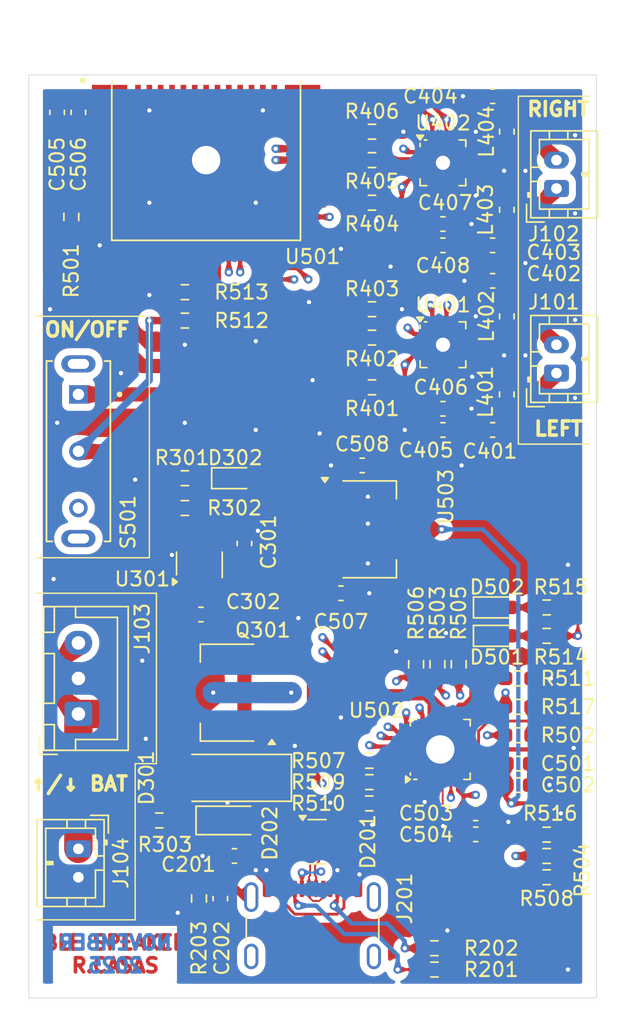
<source format=kicad_pcb>
(kicad_pcb (version 20241229) (generator "pcbnew") (generator_version "9.0")
  (title_block (title "PCB_BLE_SPEAKER") (date "2025-11-16") (rev "R.Casas"))
  (layers (0 "F.Cu" signal) (4 "In1.Cu" signal) (6 "In2.Cu" signal) (2 "B.Cu" signal) (13 "F.Paste" user) (15 "B.Paste" user) (5 "F.SilkS" user "F.Silkscreen") (7 "B.SilkS" user "B.Silkscreen") (1 "F.Mask" user) (3 "B.Mask" user) (25 "Edge.Cuts" user))
  (net 0 "")
  (net 1 "/Simple_USB/VBUS")
  (net 2 "GNDREF")
  (net 3 "Net-(J201-SHIELD)")
  (net 4 "/MCU/VDD_3V3")
  (net 5 "/Speaker_Driver/OUTN_1")
  (net 6 "/Speaker_Driver/OUTP_1")
  (net 7 "NC")
  (net 8 "/Speaker_Driver/OUTP_2")
  (net 9 "/Speaker_Driver/OUTN_2")
  (net 10 "VBAT")
  (net 11 "/Simple_USB/CC1")
  (net 12 "/Simple_USB/D-")
  (net 13 "/Simple_USB/CC2")
  (net 14 "/Simple_USB/D+")
  (net 15 "Net-(U401-OUTP)")
  (net 16 "Net-(U401-OUTN)")
  (net 17 "/MCU/~{SD_MODE}_1")
  (net 18 "/MCU/~{SD_MODE}_2")
  (net 19 "Net-(U401-GAIN_SLOT)")
  (net 20 "ESP32_TX")
  (net 21 "ESP32_RX")
  (net 22 "/MCU/SUSPEND")
  (net 23 "/MCU/~{SUSPEND}")
  (net 24 "/MCU/VIO")
  (net 25 "/Battery_Charger/P_VBUS")
  (net 26 "Net-(D501-A)")
  (net 27 "Net-(D502-A)")
  (net 28 "/MCU/LRCLK")
  (net 29 "/MCU/BCLK")
  (net 30 "/MCU/DIN")
  (net 37 "Net-(U402-OUTP)")
  (net 38 "Net-(U402-OUTN)")
  (net 39 "Net-(U301-STAT)")
  (net 40 "Net-(U301-PROG)")
  (net 41 "Net-(U402-GAIN_SLOT)")
  (net 42 "Net-(U502-~{RST})")
  (net 43 "Net-(U502-~{RTS})")
  (net 44 "Net-(U502-VBUS)")
  (net 45 "Net-(U502-~{CTS})")
  (net 46 "Net-(U502-~{DSR})")
  (net 47 "Net-(U502-~{DTR})")
  (net 48 "Net-(U502-~{DCD})")
  (net 49 "Net-(U502-~{RI}{slash}CLK)")
  (net 58 "Net-(D302-K)")
  (net 60 "/MCU/BATT_LVL")
  (net 63 "/MCU/~{RXT}{slash}GPIO.1")
  (net 64 "/MCU/~{TXT}{slash}GPIO.0")
  (net 65 "Net-(U502-RS485{slash}GPIO.2)")
  (net 67 "/MCU/EN")
  (net 74 "/MCU/VDD_CP")
  (net 75 "/Simple_USB/VBUS_C")
  (net 76 "Net-(U503-VI)")
  (footprint "Capacitor_SMD:C_0603_1608Metric_Pad1.08x0.95mm_HandSolder" (layer "F.Cu") (at 114.19 47.52 180)
    (property "Reference" "C408")
    (property "Value" "100nF/50V")
  )
  (footprint "Generic_RCO:QFN-24-1EP_4x4mm_P0.5mm_EP2.65x2.65mm" (layer "F.Cu") (at 114 83.02 90)
    (property "Reference" "U502")
    (property "Value" "CP2102N-Axx-xQFN24")
  )
  (footprint "Capacitor_SMD:C_0603_1608Metric_Pad1.08x0.95mm_HandSolder" (layer "F.Cu") (at 98.5 93.52 90)
    (property "Reference" "C202")
    (property "Value" "100nF/50V")
  )
  (footprint "Inductor_SMD:L_0603_1608Metric_Pad1.05x0.95mm_HandSolder" (layer "F.Cu") (at 118.69 45.02 -90)
    (property "Reference" "L403")
    (property "Value" "L")
  )
  (footprint "Capacitor_SMD:C_0603_1608Metric_Pad1.08x0.95mm_HandSolder" (layer "F.Cu") (at 114.19 46.02 180)
    (property "Reference" "C407")
    (property "Value" "10uF/50V")
  )
  (footprint "Capacitor_SMD:C_0603_1608Metric_Pad1.08x0.95mm_HandSolder" (layer "F.Cu") (at 119.5 84.02)
    (property "Reference" "C501")
    (property "Value" "1uF/50V")
  )
  (footprint "Capacitor_SMD:C_0603_1608Metric_Pad1.08x0.95mm_HandSolder" (layer "F.Cu") (at 114.19 60.52 180)
    (property "Reference" "C405")
    (property "Value" "10uF/50V")
  )
  (footprint "Inductor_SMD:L_0603_1608Metric_Pad1.05x0.95mm_HandSolder" (layer "F.Cu") (at 118.69 39.52 90)
    (property "Reference" "L404")
    (property "Value" "L")
  )
  (footprint "Capacitor_SMD:C_0603_1608Metric_Pad1.08x0.95mm_HandSolder" (layer "F.Cu") (at 119.5 85.53)
    (property "Reference" "C502")
    (property "Value" "1uF/50V")
  )
  (footprint "Resistor_SMD:R_0603_1608Metric_Pad0.98x0.95mm_HandSolder" (layer "F.Cu") (at 113.8 77.02 90)
    (property "Reference" "R503")
    (property "Value" "10k")
  )
  (footprint "Connector_JST:JST_PH_B2B-PH-K_1x02_P2.00mm_Vertical" (layer "F.Cu") (at 122.19 43.52 90)
    (property "Reference" "J102")
    (property "Value" "RIGHT")
  )
  (footprint "Package_TO_SOT_SMD:SOT-23-5_HandSoldering" (layer "F.Cu") (at 97.025 70.02 90)
    (property "Reference" "U301")
    (property "Value" "MCP73831-2-OT")
  )
  (footprint "Capacitor_SMD:C_0603_1608Metric_Pad1.08x0.95mm_HandSolder" (layer "F.Cu") (at 88.5 38.1575 90)
    (property "Reference" "C506")
    (property "Value" "100nF/50V")
  )
  (footprint "Generic_RCO:SOT-223_ISP20EP10LMXTSA1" (layer "F.Cu") (at 99 79.02 180)
    (property "Reference" "Q301")
    (property "Value" "PMOS")
  )
  (footprint "Switch_RCO:SW_SLW-1277545-3A-RA-N-D" (layer "F.Cu") (at 88.5 62.02 -90)
    (property "Reference" "S501")
    (property "Value" "SLW-1277545-3A-RA-N-D")
  )
  (footprint "Diode_SMD:D_SOD-123F" (layer "F.Cu") (at 99 88.02)
    (property "Reference" "D202")
    (property "Value" "1N5819HW-7-F")
  )
  (footprint "Resistor_SMD:R_0603_1608Metric_Pad0.98x0.95mm_HandSolder" (layer "F.Cu") (at 119.5 82.02 180)
    (property "Reference" "R502")
    (property "Value" "1k")
  )
  (footprint "Resistor_SMD:R_0603_1608Metric_Pad0.98x0.95mm_HandSolder" (layer "F.Cu") (at 121.5 89.02)
    (property "Reference" "R516")
    (property "Value" "0")
  )
  (footprint "Resistor_SMD:R_0603_1608Metric_Pad0.98x0.95mm_HandSolder" (layer "F.Cu") (at 121.5 75.02)
    (property "Reference" "R514")
    (property "Value" "1k")
  )
  (footprint "Resistor_SMD:R_0603_1608Metric_Pad0.98x0.95mm_HandSolder" (layer "F.Cu") (at 119.5 80.02 180)
    (property "Reference" "R517")
    (property "Value" "0")
  )
  (footprint "Resistor_SMD:R_0603_1608Metric_Pad0.98x0.95mm_HandSolder" (layer "F.Cu") (at 88 45.52 90)
    (property "Reference" "R501")
    (property "Value" "10k")
  )
  (footprint "Inductor_SMD:L_0603_1608Metric_Pad1.05x0.95mm_HandSolder" (layer "F.Cu") (at 118.69 52.52 90)
    (property "Reference" "L402")
    (property "Value" "L")
  )
  (footprint "LED_SMD:LED_0603_1608Metric_Pad1.05x0.95mm_HandSolder" (layer "F.Cu") (at 118 75.02)
    (property "Reference" "D501")
    (property "Value" "LED")
  )
  (footprint "Capacitor_SMD:C_0603_1608Metric_Pad1.08x0.95mm_HandSolder" (layer "F.Cu") (at 100.2 68.52 90)
    (property "Reference" "C301")
    (property "Value" "4.7uF/50V")
  )
  (footprint "Generic_RCO:TQFN-16-1EP_3x3mm_P0.5mm_EP1.23x1.23mm" (layer "F.Cu") (at 114.19 41.71)
    (property "Reference" "U402")
    (property "Value" "MAX98357A")
  )
  (footprint "Capacitor_SMD:C_0603_1608Metric_Pad1.08x0.95mm_HandSolder" (layer "F.Cu") (at 108.5 63.02 180)
    (property "Reference" "C508")
    (property "Value" "2.2uF/50V")
  )
  (footprint "Resistor_SMD:R_0603_1608Metric_Pad0.98x0.95mm_HandSolder" (layer "F.Cu") (at 109 86.82 180)
    (property "Reference" "R510")
    (property "Value" "10k")
  )
  (footprint "Capacitor_SMD:C_0603_1608Metric_Pad1.08x0.95mm_HandSolder" (layer "F.Cu") (at 99.5 90.52 180)
    (property "Reference" "C201")
    (property "Value" "100nF/50V")
  )
  (footprint "Resistor_SMD:R_0603_1608Metric_Pad0.98x0.95mm_HandSolder" (layer "F.Cu") (at 109.19 57.52)
    (property "Reference" "R401")
    (property "Value" "R")
  )
  (footprint "Resistor_SMD:R_0603_1608Metric_Pad0.98x0.95mm_HandSolder" (layer "F.Cu") (at 96 63.92 180)
    (property "Reference" "R301")
    (property "Value" "4.7k")
  )
  (footprint "Generic_RCO:TQFN-16-1EP_3x3mm_P0.5mm_EP1.23x1.23mm" (layer "F.Cu") (at 114.19 54.52)
    (property "Reference" "U401")
    (property "Value" "MAX98357A")
  )
  (footprint "Resistor_SMD:R_0603_1608Metric_Pad0.98x0.95mm_HandSolder" (layer "F.Cu") (at 121.5 92.02)
    (property "Reference" "R508")
    (property "Value" "47.5k")
  )
  (footprint "Capacitor_SMD:C_0603_1608Metric_Pad1.08x0.95mm_HandSolder" (layer "F.Cu") (at 87 38.1575 90)
    (property "Reference" "C505")
    (property "Value" "10uF/50V")
  )
  (footprint "Resistor_SMD:R_0603_1608Metric_Pad0.98x0.95mm_HandSolder" (layer "F.Cu") (at 113.5875 98.52)
    (property "Reference" "R201")
    (property "Value" "5k1")
  )
  (footprint "Capacitor_SMD:C_0603_1608Metric_Pad1.08x0.95mm_HandSolder" (layer "F.Cu") (at 117.69 47.52 180)
    (property "Reference" "C403")
    (property "Value" "100nF/50V")
  )
  (footprint "Resistor_SMD:R_0603_1608Metric_Pad0.98x0.95mm_HandSolder" (layer "F.Cu") (at 96 50.82)
    (property "Reference" "R513")
    (property "Value" "100k")
  )
  (footprint "LED_SMD:LED_0603_1608Metric_Pad1.05x0.95mm_HandSolder" (layer "F.Cu") (at 99.55 63.92)
    (property "Reference" "D302")
    (property "Value" "LED")
  )
  (footprint "Resistor_SMD:R_0603_1608Metric_Pad0.98x0.95mm_HandSolder" (layer "F.Cu") (at 115.3 77.02 90)
    (property "Reference" "R505")
    (property "Value" "10k")
  )
  (footprint "Connector_USB:USB_C_Receptacle_GCT_USB4105-xx-A_16P_TopMnt_Horizontal" (layer "F.Cu") (at 105 96.52)
    (property "Reference" "J201")
    (property "Value" "USB_C_Receptacle_USB2.0_16P")
  )
  (footprint "Resistor_SMD:R_0603_1608Metric_Pad0.98x0.95mm_HandSolder" (layer "F.Cu") (at 119.5 78.02)
    (property "Reference" "R511")
    (property "Value" "10k")
  )
  (footprint "Capacitor_SMD:C_0603_1608Metric_Pad1.08x0.95mm_HandSolder" (layer "F.Cu") (at 117.69 50.02)
    (property "Reference" "C402")
    (property "Value" "100nF/50V")
  )
  (footprint "Capacitor_SMD:C_0603_1608Metric_Pad1.08x0.95mm_HandSolder" (layer "F.Cu") (at 114.19 59.03 180)
    (property "Reference" "C406")
    (property "Value" "100nF/50V")
  )
  (footprint "Connector_JST:JST_XH_B3B-XH-A_1x03_P2.50mm_Vertical" (layer "F.Cu") (at 88.5 80.52 90)
    (property "Reference" "J103")
    (property "Value" "TRIBAT")
  )
  (footprint "Resistor_SMD:R_0603_1608Metric_Pad0.98x0.95mm_HandSolder" (layer "F.Cu") (at 121.5 90.52 180)
    (property "Reference" "R504")
    (property "Value" "22.1k")
  )
  (footprint "ESP_32_Modules:MODULE_ESP32-H2-MINI-1-H2_NO_Thermal" (layer "F.Cu") (at 97.5 38.82)
    (property "Reference" "U501")
    (property "Value" "ESP32-H2-MINI-1-H2")
  )
  (footprint "Package_TO_SOT_SMD:SOT-223-3_TabPin2" (layer "F.Cu") (at 109 67.52)
    (property "Reference" "U503")
    (property "Value" "TLV76133DCY")
  )
  (footprint "Capacitor_SMD:C_0603_1608Metric_Pad1.08x0.95mm_HandSolder" (layer "F.Cu") (at 107 72.02)
    (property "Reference" "C507")
    (property "Value" "1uF/50V")
  )
  (footprint "Capacitor_SMD:C_0603_1608Metric_Pad1.08x0.95mm_HandSolder" (layer "F.Cu") (at 117.69 37.02)
    (property "Reference" "C404")
    (property "Value" "100nF/50V")
  )
  (footprint "Diode_SMD:D_SMA_Handsoldering" (layer "F.Cu") (at 99 85.02 180)
    (property "Reference" "D301")
    (property "Value" "SS34")
  )
  (footprint "Capacitor_SMD:C_0603_1608Metric_Pad1.08x0.95mm_HandSolder" (layer "F.Cu") (at 116.5 87.52)
    (property "Reference" "C503")
    (property "Value" "4.7uF/50V")
  )
  (footprint "Connector_JST:JST_PH_B2B-PH-K_1x02_P2.00mm_Vertical" (layer "F.Cu") (at 122.19 56.52 90)
    (property "Reference" "J101")
    (property "Value" "LEFT")
  )
  (footprint "Capacitor_SMD:C_0603_1608Metric_Pad1.08x0.95mm_HandSolder" (layer "F.Cu") (at 117.69 60.52 180)
    (property "Reference" "C401")
    (property "Value" "100nF/50V")
  )
  (footprint "Resistor_SMD:R_0603_1608Metric_Pad0.98x0.95mm_HandSolder" (layer "F.Cu") (at 109.19 44.52)
    (property "Reference" "R404")
    (property "Value" "R")
  )
  (footprint "Package_TO_SOT_SMD:SOT-143_Handsoldering" (layer "F.Cu") (at 105.3 89.52)
    (property "Reference" "D201")
    (property "Value" "SP0503BAHT")
  )
  (footprint "Capacitor_SMD:C_0603_1608Metric_Pad1.08x0.95mm_HandSolder" (layer "F.Cu") (at 116.5 89)
    (property "Reference" "C504")
    (property "Value" "100nF/50V")
  )
  (footprint "Resistor_SMD:R_0603_1608Metric_Pad0.98x0.95mm_HandSolder" (layer "F.Cu") (at 121.5 73.02)
    (property "Reference" "R515")
    (property "Value" "1k")
  )
  (footprint "Resistor_SMD:R_0603_1608Metric_Pad0.98x0.95mm_HandSolder" (layer "F.Cu") (at 109 83.82 180)
    (property "Reference" "R507")
    (property "Value" "10k")
  )
  (footprint "Resistor_SMD:R_0603_1608Metric_Pad0.98x0.95mm_HandSolder" (layer "F.Cu") (at 112.3 77.02 90)
    (property "Reference" "R506")
    (property "Value" "10k")
  )
  (footprint "Capacitor_SMD:C_0603_1608Metric_Pad1.08x0.95mm_HandSolder" (layer "F.Cu") (at 97.1375 73.52 180)
    (property "Reference" "C302")
    (property "Value" "10uF/50V")
  )
  (footprint "Resistor_SMD:R_0603_1608Metric_Pad0.98x0.95mm_HandSolder" (layer "F.Cu") (at 109.19 52.02)
    (property "Reference" "R403")
    (property "Value" "R")
  )
  (footprint "LED_SMD:LED_0603_1608Metric_Pad1.05x0.95mm_HandSolder" (layer "F.Cu") (at 118 73.02)
    (property "Reference" "D502")
    (property "Value" "LED")
  )
  (footprint "Resistor_SMD:R_0603_1608Metric_Pad0.98x0.95mm_HandSolder" (layer "F.Cu") (at 109.19 39.52)
    (property "Reference" "R406")
    (property "Value" "R")
  )
  (footprint "Resistor_SMD:R_0603_1608Metric_Pad0.98x0.95mm_HandSolder" (layer "F.Cu") (at 96 66.02 180)
    (property "Reference" "R302")
    (property "Value" "5k")
  )
  (footprint "Inductor_SMD:L_0603_1608Metric_Pad1.05x0.95mm_HandSolder" (layer "F.Cu") (at 118.69 58.02 -90)
    (property "Reference" "L401")
    (property "Value" "L")
  )
  (footprint "Resistor_SMD:R_0603_1608Metric_Pad0.98x0.95mm_HandSolder" (layer "F.Cu") (at 113.5875 97.02)
    (property "Reference" "R202")
    (property "Value" "5k1")
  )
  (footprint "Resistor_SMD:R_0603_1608Metric_Pad0.98x0.95mm_HandSolder" (layer "F.Cu") (at 94.2 88.02 180)
    (property "Reference" "R303")
    (property "Value" "10k")
  )
  (footprint "Resistor_SMD:R_0603_1608Metric_Pad0.98x0.95mm_HandSolder" (layer "F.Cu") (at 97 93.52 90)
    (property "Reference" "R203")
    (property "Value" "100M")
  )
  (footprint "Connector_JST:JST_PH_B2B-PH-K_1x02_P2.00mm_Vertical" (layer "F.Cu") (at 88.5 90.02 -90)
    (property "Reference" "J104")
    (property "Value" "BATTERY")
  )
  (footprint "Resistor_SMD:R_0603_1608Metric_Pad0.98x0.95mm_HandSolder" (layer "F.Cu") (at 109.19 54.02)
    (property "Reference" "R402")
    (property "Value" "R")
  )
  (footprint "Resistor_SMD:R_0603_1608Metric_Pad0.98x0.95mm_HandSolder" (layer "F.Cu") (at 109 85.32 180)
    (property "Reference" "R509")
    (property "Value" "10k")
  )
  (footprint "Resistor_SMD:R_0603_1608Metric_Pad0.98x0.95mm_HandSolder" (layer "F.Cu") (at 109.19 41.52)
    (property "Reference" "R405")
    (property "Value" "R")
  )
  (footprint "Resistor_SMD:R_0603_1608Metric_Pad0.98x0.95mm_HandSolder" (layer "F.Cu") (at 96 52.82 180)
    (property "Reference" "R512")
    (property "Value" "75k")
  )
  (gr_line (start 93.5 69.52) (end 85.5 69.52) (stroke (width 0.1)) (layer "F.SilkS"))
  (gr_line (start 94 72.02) (end 94 84.02) (stroke (width 0.1)) (layer "F.SilkS"))
  (gr_line (start 93.5 52.52) (end 93.5 69.52) (stroke (width 0.1)) (layer "F.SilkS"))
  (gr_line (start 85.5 72.02) (end 94 72.02) (stroke (width 0.1)) (layer "F.SilkS"))
  (gr_line (start 92.5 84.02) (end 92.5 95.02) (stroke (width 0.1)) (layer "F.SilkS"))
  (gr_line (start 119.5 37.02) (end 119.5 61.52) (stroke (width 0.1)) (layer "F.SilkS"))
  (gr_line (start 124.5 37.02) (end 119.5 37.02) (stroke (width 0.1)) (layer "F.SilkS"))
  (gr_line (start 85.5 52.52) (end 93.5 52.52) (stroke (width 0.1)) (layer "F.SilkS"))
  (gr_line (start 94 84.02) (end 92.5 84.02) (stroke (width 0.1)) (layer "F.SilkS"))
  (gr_line (start 92.5 95.02) (end 85.5 95.02) (stroke (width 0.1)) (layer "F.SilkS"))
  (gr_line (start 119.5 61.52) (end 124.5 61.52) (stroke (width 0.1)) (layer "F.SilkS"))
  (gr_rect (start 85 35.52) (end 125 100.52) (stroke (width 0.05)) (fill no) (layer "Edge.Cuts"))
  (gr_text "BLE SPEAKER\nR.CASAS" (at 91.1 98.82 0) (layer "F.Cu") (effects (font (size 1 1) (thickness 0.25) (bold yes)) (justify bottom)))
  (gr_text "NOVEMBER\n2025" (at 91.1 98.82 0) (layer "B.Cu") (effects (font (size 1 1) (thickness 0.25) (bold yes)) (justify bottom mirror)))
  (gr_text "RIGHT" (at 120 38.52 0) (layer "F.SilkS") (effects (font (size 1 1) (thickness 0.25) (bold yes)) (justify left bottom)))
  (gr_text "ON/OFF" (at 86 54.045 0) (layer "F.SilkS") (effects (font (size 1 1) (thickness 0.25) (bold yes)) (justify left bottom)))
  (gr_text "LEFT" (at 120.5 61.02 0) (layer "F.SilkS") (effects (font (size 1 1) (thickness 0.25) (bold yes)) (justify left bottom)))
  (gr_text "↑/↓ BAT" (at 88.5 86.02 0) (layer "F.SilkS") (effects (font (size 1 1) (thickness 0.25) (bold yes)) (justify bottom)))
  (segment (start 97.975 67.345) (end 100.425 64.895) (width 0.5) (layer "F.Cu") (net 1))
  (segment (start 100.425 64.895) (end 100.425 63.92) (width 0.5) (layer "F.Cu") (net 1))
  (segment (start 97.975 68.67) (end 98.85 68.67) (width 1) (layer "F.Cu") (net 1))
  (segment (start 100.2 81.32) (end 102.15 81.32) (width 1) (layer "F.Cu") (net 1))
  (segment (start 97.975 68.67) (end 97.975 67.345) (width 0.5) (layer "F.Cu") (net 1))
  (segment (start 95.45 88.07) (end 95.5 88.02) (width 0.6) (layer "F.Cu") (net 1))
  (segment (start 96.4 85.12) (end 96.5 85.02) (width 1) (layer "F.Cu") (net 1))
  (segment (start 97.6 88.02) (end 96.4 88.02) (width 1) (layer "F.Cu") (net 1))
  (segment (start 99.5625 69.3825) (end 100.2 69.3825) (width 1) (layer "F.Cu") (net 1))
  (segment (start 96.4 88.02) (end 96.4 85.12) (width 1) (layer "F.Cu") (net 1))
  (segment (start 96.5 85.02) (end 96.5 83.02) (width 1) (layer "F.Cu") (net 1))
  (segment (start 96.5 83.02) (end 98.2 81.32) (width 1) (layer "F.Cu") (net 1))
  (segment (start 96.4 88.02) (end 95.5 88.02) (width 1) (layer "F.Cu") (net 1))
  (segment (start 98.85 68.67) (end 99.5625 69.3825) (width 1) (layer "F.Cu") (net 1))
  (segment (start 98.2 81.32) (end 100.2 81.32) (width 1) (layer "F.Cu") (net 1))
  (segment (start 100.2 69.3825) (end 100.2 81.32) (width 1) (layer "F.Cu") (net 1))
  (segment (start 101.8 92.84) (end 101.8 91.57) (width 0.6) (layer "F.Cu") (net 2))
  (segment (start 94.3 50.0325) (end 95.0875 50.82) (width 0.5) (layer "F.Cu") (net 2))
  (segment (start 90.525 37.295) (end 90.75 37.52) (width 1) (layer "F.Cu") (net 2))
  (segment (start 116.19 59.03) (end 116.2 59.02) (width 1) (layer "F.Cu") (net 2))
  (segment (start 97.025 71.37) (end 97.025 70.345) (width 0.6) (layer "F.Cu") (net 2))
  (segment (start 114.44 54.27) (end 114.19 54.52) (width 0.3) (layer "F.Cu") (net 2))
  (segment (start 115.0525 59.03) (end 116.19 59.03) (width 1) (layer "F.Cu") (net 2))
  (segment (start 107.8625 72.02) (end 109 72.02) (width 1) (layer "F.Cu") (net 2))
  (segment (start 100.2 67.6575) (end 101.1125 67.6575) (width 0.6) (layer "F.Cu") (net 2))
  (segment (start 115.6275 41.46) (end 114.44 41.46) (width 0.3) (layer "F.Cu") (net 2))
  (segment (start 94.3 44.72) (end 95.525 43.495) (width 0.5) (layer "F.Cu") (net 2))
  (segment (start 115.6275 54.27) (end 114.44 54.27) (width 0.3) (layer "F.Cu") (net 2))
  (segment (start 108.2 91.92) (end 108.3 91.82) (width 0.6) (layer "F.Cu") (net 2))
  (segment (start 113.25 83.77) (end 114 83.02) (width 0.2) (layer "F.Cu") (net 2))
  (segment (start 101.8 92.32) (end 101.8 92.84) (width 0.6) (layer "F.Cu") (net 2))
  (segment (start 114.44 41.46) (end 114.19 41.71) (width 0.3) (layer "F.Cu") (net 2))
  (segment (start 110.1025 39.52) (end 111.4 39.52) (width 1) (layer "F.Cu") (net 2))
  (segment (start 113.94 41.46) (end 114.19 41.71) (width 0.3) (layer "F.Cu") (net 2))
  (segment (start 113.94 53.0825) (end 113.94 54.27) (width 0.3) (layer "F.Cu") (net 2))
  (segment (start 97.025 70.345) (end 96.631 69.951) (width 0.6) (layer "F.Cu") (net 2))
  (segment (start 96.631 69.951) (end 95.633166 69.951) (width 0.6) (layer "F.Cu") (net 2))
  (segment (start 97.025 72.77) (end 97.025 71.37) (width 0.6) (layer "F.Cu") (net 2))
  (segment (start 113.94 54.27) (end 114.19 54.52) (width 0.3) (layer "F.Cu") (net 2))
  (segment (start 94.3 47.27) (end 94.3 44.72) (width 0.5) (layer "F.Cu") (net 2))
  (segment (start 113.94 40.2725) (end 113.94 41.46) (width 0.3) (layer "F.Cu") (net 2))
  (segment (start 113.94 54.77) (end 114.19 54.52) (width 0.3) (layer "F.Cu") (net 2))
  (segment (start 87 37.295) (end 88.5 37.295) (width 1) (layer "F.Cu") (net 2))
  (segment (start 101 91.52) (end 101.8 92.32) (width 0.6) (layer "F.Cu") (net 2))
  (segment (start 96.275 73.52) (end 97.025 72.77) (width 0.6) (layer "F.Cu") (net 2))
  (segment (start 95.0875 69.32) (end 95.0875 66.02) (width 0.6) (layer "F.Cu") (net 2))
  (segment (start 115.0525 46.02) (end 116.2 46.02) (width 1) (layer "F.Cu") (net 2))
  (segment (start 116.8275 37.02) (end 115.6 37.02) (width 1) (layer "F.Cu") (net 2))
  (segment (start 101.1125 67.6575) (end 101.15 67.62) (width 0.6) (layer "F.Cu") (net 2))
  (segment (start 112.7525 54.77) (end 113.94 54.77) (width 0.3) (layer "F.Cu") (net 2))
  (segment (start 110.1025 52.02) (end 111.3 52.02) (width 1) (layer "F.Cu") (net 2))
  (segment (start 107.6375 63.02) (end 106.3 63.02) (width 1) (layer "F.Cu") (net 2))
  (segment (start 101 91.52) (end 101.75 91.52) (width 0.6) (layer "F.Cu") (net 2))
  (segment (start 113.25 84.97) (end 113.25 83.77) (width 0.2) (layer "F.Cu") (net 2))
  (segment (start 112.7525 41.96) (end 113.94 41.96) (width 0.3) (layer "F.Cu") (net 2))
  (segment (start 101.8 91.57) (end 101.75 91.52) (width 0.6) (layer "F.Cu") (net 2))
  (segment (start 95.633166 69.951) (end 95.0875 69.405334) (width 0.6) (layer "F.Cu") (net 2))
  (segment (start 113.25 86.37) (end 112.9 86.72) (width 0.2) (layer "F.Cu") (net 2))
  (segment (start 116.8275 50.02) (end 115.7 50.02) (width 1) (layer "F.Cu") (net 2))
  (segment (start 113.94 41.96) (end 114.19 41.71) (width 0.3) (layer "F.Cu") (net 2))
  (segment (start 88.5 37.295) (end 90.525 37.295) (width 1) (layer "F.Cu") (net 2))
  (segment (start 108.2 92.84) (end 108.2 91.92) (width 0.6) (layer "F.Cu") (net 2))
  (segment (start 95.0875 69.405334) (end 95.0875 69.32) (width 0.6) (layer "F.Cu") (net 2))
  (segment (start 94.3 47.27) (end 94.3 50.0325) (width 0.5) (layer "F.Cu") (net 2))
  (segment (start 113.25 84.97) (end 113.25 86.37) (width 0.2) (layer "F.Cu") (net 2))
  (via (at 120 42.27) (size 0.6) (drill 0.3) (layers "F.Cu" "B.Cu") (net 2))
  (via (at 101.15 67.62) (size 0.6) (drill 0.3) (layers "F.Cu" "B.Cu") (net 2))
  (via (at 118.5 55.27) (size 0.6) (drill 0.3) (layers "F.Cu" "B.Cu") (net 2))
  (via (at 96 54.52) (size 0.6) (drill 0.3) (layers "F.Cu" "B.Cu") (net 2))
  (via (at 101 44.52) (size 0.6) (drill 0.3) (layers "F.Cu" "B.Cu") (net 2))
  (via (at 114.5 95.77) (size 0.6) (drill 0.3) (layers "F.Cu" "B.Cu") (net 2))
  (via (at 90 47.52) (size 0.6) (drill 0.3) (layers "F.Cu" "B.Cu") (net 2))
  (via (at 116.5 44.02) (size 0.6) (drill 0.3) (layers "F.Cu" "B.Cu") (net 2))
  (via (at 111.5 60.52) (size 0.6) (drill 0.3) (layers "F.Cu" "B.Cu") (net 2))
  (via (at 108.9 69.92) (size 0.6) (drill 0.3) (layers "F.Cu" "B.Cu") (net 2))
  (via (at 92.5 64.02) (size 0.6) (drill 0.3) (layers "F.Cu" "B.Cu") (net 2))
  (via (at 97.25 90.52) (size 0.6) (drill 0.3) (layers "F.Cu" "B.Cu") (net 2))
  (via (at 107 80.77) (size 0.6) (drill 0.3) (layers "F.Cu" "B.Cu") (net 2))
  (via (at 101 60.52) (size 0.6) (drill 0.3) (layers "F.Cu" "B.Cu") (net 2))
  (via (at 111.3 52.02) (size 0.6) (drill 0.3) (layers "F.Cu" "B.Cu") (net 2))
  (via (at 123.5 39.77) (size 0.6) (drill 0.3) (layers "F.Cu" "B.Cu") (net 2))
  (via (at 116.2 59.02) (size 0.6) (drill 0.3) (layers "F.Cu" "B.Cu") (net 2))
  (via (at 93.5 44.52) (size 0.6) (drill 0.3) (layers "F.Cu" "B.Cu") (net 2))
  (via (at 105 57.02) (size 0.6) (drill 0.3) (layers "F.Cu" "B.Cu") (net 2))
  (via (at 115.7 50.02) (size 0.6) (drill 0.3) (layers "F.Cu" "B.Cu") (net 2))
  (via (at 101.5 38.02) (size 0.6) (drill 0.3) (layers "F.Cu" "B.Cu") (net 2))
  (via (at 101 54.27) (size 0.6) (drill 0.3) (layers "F.Cu" "B.Cu") (net 2))
  (via (at 108.9 67.12) (size 0.6) (drill 0.3) (layers "F.Cu" "B.Cu") (net 2))
  (via (at 120 55.27) (size 0.6) (drill 0.3) (layers "F.Cu" "B.Cu") (net 2))
  (via (at 121.8 78.02) (size 0.6) (drill 0.3) (layers "F.Cu" "B.Cu") (net 2))
  (via (at 115.5 63.02) (size 0.6) (drill 0.3) (layers "F.Cu" "B.Cu") (net 2))
  (via (at 105.5 60.77) (size 0.6) (drill 0.3) (layers "F.Cu" "B.Cu") (net 2))
  (via (at 109 72.02) (size 0.6) (drill 0.3) (layers "F.Cu" "B.Cu") (net 2))
  (via (at 93.5 51.02) (size 0.6) (drill 0.3) (layers "F.Cu" "B.Cu") (net 2))
  (via (at 116.25 56.77) (size 0.6) (drill 0.3) (layers "F.Cu" "B.Cu") (net 2))
  (via (at 118.5 42.27) (size 0.6) (drill 0.3) (layers "F.Cu" "B.Cu") (net 2))
  (via (at 104 73.77) (size 0.6) (drill 0.3) (layers "F.Cu" "B.Cu") (net 2))
  (via (at 116.5 39.52) (size 0.6) (drill 0.3) (layers "F.Cu" "B.Cu") (net 2))
  (via (at 109.5 45.77) (size 0.6) (drill 0.3) (layers "F.Cu" "B.Cu") (net 2))
  (via (at 104.75 51.52) (size 0.6) (drill 0.3) (layers "F.Cu" "B.Cu") (net 2))
  (via (at 108.3 91.82) (size 0.6) (drill 0.3) (layers "F.Cu" "B.Cu") (net 2))
  (via (at 114.19 54.52) (size 1.2) (drill 1) (layers "F.Cu" "B.Cu") (net 2))
  (via (at 121.7 85.52) (size 0.6) (drill 0.3) (layers "F.Cu" "B.Cu") (net 2))
  (via (at 87.00636 60.016505) (size 0.6) (drill 0.3) (layers "F.Cu" "B.Cu") (net 2))
  (via (at 116.2 46.02) (size 0.6) (drill 0.3) (layers "F.Cu" "B.Cu") (net 2))
  (via (at 86.5 52.02) (size 0.6) (drill 0.3) (layers "F.Cu" "B.Cu") (net 2))
  (via (at 95.0875 69.32) (size 0.6) (drill 0.3) (layers "F.Cu" "B.Cu") (net 2))
  (via (at 123.4 82.92) (size 0.6) (drill 0.3) (layers "F.Cu" "B.Cu") (net 2))
  (via (at 86.75 71.02) (size 0.6) (drill 0.3) (layers "F.Cu" "B.Cu") (net 2))
  (via (at 123 98.52) (size 0.6) (drill 0.3) (layers "F.Cu" "B.Cu") (net 2))
  (via (at 123 37.52) (size 0.6) (drill 0.3) (layers "F.Cu" "B.Cu") (net 2))
  (via (at 93.25 82.27) (size 0.6) (drill 0.3) (layers "F.Cu" "B.Cu") (net 2))
  (via (at 101.75 91.52) (size 0.6) (drill 0.3) (layers "F.Cu" "B.Cu") (net 2))
  (via (at 106.25 86.77) (size 0.6) (drill 0.3) (layers "F.Cu" "B.Cu") (net 2))
  (via (at 109.2 88.32) (size 0.6) (drill 0.3) (layers "F.Cu" "B.Cu") (net 2))
  (via (at 120 48.77) (size 0.6) (drill 0.3) (layers "F.Cu" "B.Cu") (net 2))
  (via (at 107 47.77) (size 0.6) (drill 0.3) (layers "F.Cu" "B.Cu") (net 2))
  (via (at 123.5 52.77) (size 0.6) (drill 0.3) (layers "F.Cu" "B.Cu") (net 2))
  (via (at 106.3 63.02) (size 0.6) (drill 0.3) (layers "F.Cu" "B.Cu") (net 2))
  (via (at 110.9 76.12) (size 0.6) (drill 0.3) (layers "F.Cu" "B.Cu") (net 2))
  (via (at 103.75 82.77) (size 0.6) (drill 0.3) (layers "F.Cu" "B.Cu") (net 2))
  (via (at 122.5 87.52) (size 0.6) (drill 0.3) (layers "F.Cu" "B.Cu") (net 2))
  (via (at 114.2 88.42) (size 0.6) (drill 0.3) (layers "F.Cu" "B.Cu") (net 2))
  (via (at 108.9 65.22) (size 0.6) (drill 0.3) (layers "F.Cu" "B.Cu") (net 2))
  (via (at 116.5 52.52) (size 0.6) (drill 0.3) (layers "F.Cu" "B.Cu") (net 2))
  (via (at 111.4 39.52) (size 0.6) (drill 0.3) (layers "F.Cu" "B.Cu") (net 2))
  (via (at 96 60.02) (size 0.6) (drill 0.3) (layers "F.Cu" "B.Cu") (net 2))
  (via (at 114 83.02) (size 2.5) (drill 2) (layers "F.Cu" "B.Cu") (net 2))
  (via (at 110.5 49.02) (size 0.6) (drill 0.3) (layers "F.Cu" "B.Cu") (net 2))
  (via (at 114.19 41.71) (size 1.2) (drill 1) (layers "F.Cu" "B.Cu") (net 2))
  (via (at 123 70.02) (size 0.6) (drill 0.3) (layers "F.Cu" "B.Cu") (net 2))
  (via (at 118.8 88.12) (size 0.6) (drill 0.3) (layers "F.Cu" "B.Cu") (net 2))
  (via (at 93.5 38.02) (size 0.6) (drill 0.3) (layers "F.Cu" "B.Cu") (net 2))
  (via (at 114.4 74.82) (size 0.6) (drill 0.3) (layers "F.Cu" "B.Cu") (net 2))
  (via (at 99 86.77) (size 0.6) (drill 0.3) (layers "F.Cu" "B.Cu") (net 2))
  (via (at 123.5 45.27) (size 0.6) (drill 0.3) (layers "F.Cu" "B.Cu") (net 2))
  (via (at 95.5 94.52) (size 0.6) (drill 0.3) (layers "F.Cu" "B.Cu") (net 2))
  (via (at 91.5 56.52) (size 0.6) (drill 0.3) (layers "F.Cu" "B.Cu") (net 2))
  (via (at 115.6 37.02) (size 0.6) (drill 0.3) (layers "F.Cu" "B.Cu") (net 2))
  (via (at 106.75 91.52) (size 0.6) (drill 0.3) (layers "F.Cu" "B.Cu") (net 2))
  (via (at 101 91.52) (size 0.6) (drill 0.3) (layers "F.Cu" "B.Cu") (net 2))
  (via (at 93 76.77) (size 0.6) (drill 0.3) (layers "F.Cu" "B.Cu") (net 2))
  (via (at 112.9 86.72) (size 0.6) (drill 0.3) (layers "F.Cu" "B.Cu") (net 2))
  (via (at 97.5 41.52) (size 2.5) (drill 2) (layers "F.Cu" "B.Cu") (net 2))
  (via (at 123.5 58.27) (size 0.6) (drill 0.3) (layers "F.Cu" "B.Cu") (net 2))
  (segment (start 100.195 93.415) (end 99.4375 92.6575) (width 0.5) (layer "F.Cu") (net 3))
  (segment (start 99.4375 92.6575) (end 98.5 92.6575) (width 0.5) (layer "F.Cu") (net 3))
  (segment (start 98.5 92.6575) (end 97.05 92.6575) (width 0.5) (layer "F.Cu") (net 3))
  (segment (start 97.05 92.6575) (end 97 92.6075) (width 0.5) (layer "F.Cu") (net 3))
  (segment (start 100.68 93.415) (end 100.195 93.415) (width 0.5) (layer "F.Cu") (net 3))
  (segment (start 90.75 39.12) (end 88.6 39.12) (width 0.5) (layer "F.Cu") (net 4))
  (segment (start 87 39.02) (end 88.5 39.02) (width 1) (layer "F.Cu") (net 4))
  (segment (start 104.4 59.02) (end 101.4 56.02) (width 1) (layer "F.Cu") (net 4))
  (segment (start 114.94 43.1475) (end 114.94 44.18) (width 0.3) (layer "F.Cu") (net 4))
  (segment (start 86.501 49.521) (end 86.501 46.42) (width 1) (layer "F.Cu") (net 4))
  (segment (start 113.3275 59.03) (end 113.3275 60.52) (width 0.5) (layer "F.Cu") (net 4))
  (segment (start 111.05 68.62) (end 112.15 67.52) (width 0.5) (layer "F.Cu") (net 4))
  (segment (start 108.2775 44.52) (end 108.2775 41.52) (width 1) (layer "F.Cu") (net 4))
  (segment (start 108.2775 46.6975) (end 109.3 47.72) (width 1) (layer "F.Cu") (net 4))
  (segment (start 114.94 44.18) (end 114.6 44.52) (width 0.3) (layer "F.Cu") (net 4))
  (segment (start 86.501 46.42) (end 86.501 40.619) (width 1) (layer "F.Cu") (net 4))
  (segment (start 109.2 60.22) (end 107.9 60.22) (width 1) (layer "F.Cu") (net 4))
  (segment (start 112.15 63.17) (end 111.3 62.32) (width 1) (layer "F.Cu") (net 4))
  (segment (start 106.7 54.02) (end 106.7 52.02) (width 1) (layer "F.Cu") (net 4))
  (segment (start 118.6375 84.02) (end 118.6375 85.53) (width 0.3) (layer "F.Cu") (net 4))
  (segment (start 114.44 44.36) (end 114.6 44.52) (width 0.3) (layer "F.Cu") (net 4))
  (segment (start 119 86.82) (end 120.2 86.82) (width 0.3) (layer "F.Cu") (net 4))
  (segment (start 113.3275 59.03) (end 112.61 59.03) (width 0.5) (layer "F.Cu") (net 4))
  (segment (start 122.4125 89.02) (end 121.8 89.02) (width 0.3) (layer "F.Cu") (net 4))
  (segment (start 109.6 60.22) (end 111.7 58.12) (width 1) (layer "F.Cu") (net 4))
  (segment (start 114.94 55.9575) (end 114.94 57.08) (width 0.3) (layer "F.Cu") (net 4))
  (segment (start 108.2775 52.02) (end 106.7 52.02) (width 1) (layer "F.Cu") (net 4))
  (segment (start 114.44 57.26) (end 114.6 57.42) (width 0.3) (layer "F.Cu") (net 4))
  (segment (start 87 40.12) (end 87 39.02) (width 1) (layer "F.Cu") (net 4))
  (segment (start 111.8 45.22) (end 112.5 44.52) (width 1) (layer "F.Cu") (net 4))
  (segment (start 111.3 62.32) (end 109.2 60.22) (width 1) (layer "F.Cu") (net 4))
  (segment (start 88 46.4325) (end 86.5135 46.4325) (width 1) (layer "F.Cu") (net 4))
  (segment (start 106.7 59.02) (end 104.4 59.02) (width 1) (layer "F.Cu") (net 4))
  (segment (start 108.2775 44.52) (end 108.2775 46.6975) (width 1) (layer "F.Cu") (net 4))
  (segment (start 107.9 60.22) (end 106.7 59.02) (width 1) (layer "F.Cu") (net 4))
  (segment (start 106.95 68.62) (end 111.05 68.62) (width 0.5) (layer "F.Cu") (net 4))
  (segment (start 108.2775 57.52) (end 106.7 57.52) (width 1) (layer "F.Cu") (net 4))
  (segment (start 120.2 86.82) (end 121.5 88.12) (width 0.3) (layer "F.Cu") (net 4))
  (segment (start 88.6 39.12) (end 88.5 39.02) (width 0.5) (layer "F.Cu") (net 4))
  (segment (start 101.4 56.02) (end 93 56.02) (width 1) (layer "F.Cu") (net 4))
  (segment (start 117.5 84.02) (end 118.6375 84.02) (width 0.3) (layer "F.Cu") (net 4))
  (segment (start 111.7 58.12) (end 112.4 57.42) (width 1) (layer "F.Cu") (net 4))
  (segment (start 114.1 67.52) (end 112.15 67.52) (width 0.3) (layer "F.Cu") (net 4))
  (segment (start 114.94 57.08) (end 114.6 57.42) (width 0.3) (layer "F.Cu") (net 4))
  (segment (start 86.501 40.619) (end 87 40.12) (width 1) (layer "F.Cu") (net 4))
  (segment (start 113.3275 46.02) (end 112.6 46.02) (width 0.5) (layer "F.Cu") (net 4))
  (segment (start 113.3275 46.02) (end 113.3275 47.52) (width 0.5) (layer "F.Cu") (net 4))
  (segment (start 108.2775 41.52) (end 108.2775 39.52) (width 1) (layer "F.Cu") (net 4))
  (segment (start 105.85 67.52) (end 106.95 68.62) (width 0.5) (layer "F.Cu") (net 4))
  (segment (start 118.6375 86.4575) (end 119 86.82) (width 0.3) (layer "F.Cu") (net 4))
  (segment (start 114.44 55.9575) (end 114.44 57.26) (width 0.3) (layer "F.Cu") (net 4))
  (segment (start 112.4 57.42) (end 114.6 57.42) (width 1) (layer "F.Cu") (net 4))
  (segment (start 111.45 45.57) (end 111.8 45.22) (width 1) (layer "F.Cu") (net 4))
  (segment (start 106.7 52.02) (end 106.7 50.32) (width 1) (layer "F.Cu") (net 4))
  (segment (start 86.5135 46.4325) (end 86.501 46.42) (width 1) (layer "F.Cu") (net 4))
  (segment (start 121.8 89.02) (end 121.5 88.72) (width 0.3) (layer "F.Cu") (net 4))
  (segment (start 115.95 84.27) (end 117.25 84.27) (width 0.3) (layer "F.Cu") (net 4))
  (segment (start 114.44 43.1475) (end 114.44 44.36) (width 0.3) (layer "F.Cu") (net 4))
  (segment (start 109.3 47.72) (end 109.6 47.42) (width 1) (layer "F.Cu") (net 4))
  (segment (start 112.15 67.52) (end 112.15 63.17) (width 1) (layer "F.Cu") (net 4))
  (segment (start 106.7 57.52) (end 106.7 54.02) (width 1) (layer "F.Cu") (net 4))
  (segment (start 108.2775 54.02) (end 106.7 54.02) (width 1) (layer "F.Cu") (net 4))
  (segment (start 118.6375 85.53) (end 118.6375 86.4575) (width 0.3) (layer "F.Cu") (net 4))
  (segment (start 109.6 47.42) (end 111.45 45.57) (width 1) (layer "F.Cu") (net 4))
  (segment (start 106.7 50.32) (end 109.3 47.72) (width 1) (layer "F.Cu") (net 4))
  (segment (start 106.7 59.02) (end 106.7 57.52) (width 1) (layer "F.Cu") (net 4))
  (segment (start 117.25 84.27) (end 117.5 84.02) (width 0.3) (layer "F.Cu") (net 4))
  (segment (start 110.6 63.02) (end 111.3 62.32) (width 0.5) (layer "F.Cu") (net 4))
  (segment (start 112.61 59.03) (end 111.7 58.12) (width 0.5) (layer "F.Cu") (net 4))
  (segment (start 121.5 88.72) (end 121.5 88.12) (width 0.3) (layer "F.Cu") (net 4))
  (segment (start 112.6 46.02) (end 111.8 45.22) (width 0.5) (layer "F.Cu") (net 4))
  (segment (start 112.5 44.52) (end 114.6 44.52) (width 1) (layer "F.Cu") (net 4))
  (segment (start 109.3625 63.02) (end 110.6 63.02) (width 0.5) (layer "F.Cu") (net 4))
  (segment (start 93 56.02) (end 86.501 49.521) (width 1) (layer "F.Cu") (net 4))
  (segment (start 109.2 60.22) (end 109.6 60.22) (width 1) (layer "F.Cu") (net 4))
  (via (at 119 86.82) (size 0.6) (drill 0.3) (layers "F.Cu" "B.Cu") (net 4))
  (via (at 114.1 67.52) (size 0.6) (drill 0.3) (layers "F.Cu" "B.Cu") (net 4))
  (segment (start 119.5 86.32) (end 119.5 70.02) (width 0.3) (layer "B.Cu") (net 4))
  (segment (start 119 86.82) (end 119.5 86.32) (width 0.3) (layer "B.Cu") (net 4))
  (segment (start 119.5 70.02) (end 117 67.52) (width 0.3) (layer "B.Cu") (net 4))
  (segment (start 117 67.52) (end 114.1 67.52) (width 0.3) (layer "B.Cu") (net 4))
  (segment (start 122.19 54.52) (end 119.315 51.645) (width 1) (layer "F.Cu") (net 5))
  (segment (start 118.69 50.1575) (end 118.5525 50.02) (width 1) (layer "F.Cu") (net 5))
  (segment (start 119.315 51.645) (end 118.69 51.645) (width 1) (layer "F.Cu") (net 5))
  (segment (start 118.69 51.645) (end 118.69 50.1575) (width 1) (layer "F.Cu") (net 5))
  (segment (start 119.815 58.895) (end 118.69 58.895) (width 1) (layer "F.Cu") (net 6))
  (segment (start 122.19 56.52) (end 119.815 58.895) (width 1) (layer "F.Cu") (net 6))
  (segment (start 118.69 58.895) (end 118.69 60.3825) (width 1) (layer "F.Cu") (net 6))
  (segment (start 118.69 60.3825) (end 118.5525 60.52) (width 1) (layer "F.Cu") (net 6))
  (segment (start 119.815 45.895) (end 122.19 43.52) (width 1) (layer "F.Cu") (net 8))
  (segment (start 118.69 45.895) (end 118.69 47.3825) (width 1) (layer "F.Cu") (net 8))
  (segment (start 118.69 45.895) (end 119.815 45.895) (width 1) (layer "F.Cu") (net 8))
  (segment (start 118.69 47.3825) (end 118.5525 47.52) (width 1) (layer "F.Cu") (net 8))
  (segment (start 118.69 37.1575) (end 118.5525 37.02) (width 1) (layer "F.Cu") (net 9))
  (segment (start 118.69 38.645) (end 118.69 37.1575) (width 1) (layer "F.Cu") (net 9))
  (segment (start 122.19 41.52) (end 119.315 38.645) (width 1) (layer "F.Cu") (net 9))
  (segment (start 119.315 38.645) (end 118.69 38.645) (width 1) (layer "F.Cu") (net 9))
  (segment (start 95.85 76.87) (end 95.85 79.02) (width 0.6) (layer "F.Cu") (net 10))
  (segment (start 97.975 73.495) (end 98 73.52) (width 0.6) (layer "F.Cu") (net 10))
  (segment (start 86.824 77.196) (end 86.824 78.844) (width 1) (layer "F.Cu") (net 10))
  (segment (start 88.5 75.52) (end 86.824 77.196) (width 1) (layer "F.Cu") (net 10))
  (segment (start 88.5 80.52) (end 90.5 80.52) (width 2) (layer "F.Cu") (net 10))
  (segment (start 92 79.02) (end 95.85 79.02) (width 2) (layer "F.Cu") (net 10))
  (segment (start 102.15 79.02) (end 103.5 79.02) (width 1.5) (layer "F.Cu") (net 10))
  (segment (start 98 73.52) (end 98 74.72) (width 0.6) (layer "F.Cu") (net 10))
  (segment (start 90.5 80.52) (end 92 79.02) (width 2) (layer "F.Cu") (net 10))
  (segment (start 97.975 71.37) (end 97.975 73.495) (width 0.6) (layer "F.Cu") (net 10))
  (segment (start 86.824 78.844) (end 88.5 80.52) (width 1) (layer "F.Cu") (net 10))
  (segment (start 98 74.72) (end 95.85 76.87) (width 0.6) (layer "F.Cu") (net 10))
  (segment (start 98 79.02) (end 95.85 79.02) (width 1.5) (layer "F.Cu") (net 10))
  (segment (start 88.5 90.02) (end 88.5 80.52) (width 2) (layer "F.Cu") (net 10))
  (via (at 103.5 79.02) (size 0.6) (drill 0.3) (layers "F.Cu" "B.Cu") (net 10))
  (via (at 98 79.02) (size 0.6) (drill 0.3) (layers "F.Cu" "B.Cu") (net 10))
  (segment (start 103.5 79.02) (end 98 79.02) (width 1.5) (layer "B.Cu") (net 10))
  (segment (start 103.75 92.84) (end 103.75 93.77) (width 0.2) (layer "F.Cu") (net 11))
  (segment (start 111 98.52) (end 112.675 98.52) (width 0.2) (layer "F.Cu") (net 11))
  (segment (start 103.75 93.77) (end 104 94.02) (width 0.2) (layer "F.Cu") (net 11))
  (via (at 104 94.02) (size 0.6) (drill 0.3) (layers "F.Cu" "B.Cu") (net 11))
  (via (at 111 98.52) (size 0.6) (drill 0.3) (layers "F.Cu" "B.Cu") (net 11))
  (segment (start 105.25 94.02) (end 107.25 96.02) (width 0.3) (layer "B.Cu") (net 11))
  (segment (start 111 97.52) (end 111 98.52) (width 0.3) (layer "B.Cu") (net 11))
  (segment (start 109.5 96.02) (end 111 97.52) (width 0.3) (layer "B.Cu") (net 11))
  (segment (start 107.25 96.02) (end 109.5 96.02) (width 0.3) (layer "B.Cu") (net 11))
  (segment (start 104 94.02) (end 105.25 94.02) (width 0.3) (layer "B.Cu") (net 11))
  (segment (start 114.17 87.090416) (end 111.570416 89.69) (width 0.13) (layer "F.Cu") (net 12))
  (segment (start 105.17 91.62) (end 105.17 91.897499) (width 0.13) (layer "F.Cu") (net 12))
  (segment (start 114.25 85.607501) (end 114.17 85.687501) (width 0.13) (layer "F.Cu") (net 12))
  (segment (start 105.6 91.62) (end 105.17 91.62) (width 0.13) (layer "F.Cu") (net 12))
  (segment (start 105.47 90.889987) (end 105.17 91.189987) (width 0.13) (layer "F.Cu") (net 12))
  (segment (start 114.17 85.687501) (end 114.17 87.090416) (width 0.13) (layer "F.Cu") (net 12))
  (segment (start 105.17 91.189987) (end 105.17 91.62) (width 0.13) (layer "F.Cu") (net 12))
  (segment (start 105.17 91.897499) (end 105.25 91.977499) (width 0.13) (layer "F.Cu") (net 12))
  (segment (start 105.975242 89.69) (end 105.47 90.195242) (width 0.13) (layer "F.Cu") (net 12))
  (segment (start 106.8 89.69) (end 105.975242 89.69) (width 0.13) (layer "F.Cu") (net 12))
  (segment (start 114.25 84.97) (end 114.25 85.607501) (width 0.13) (layer "F.Cu") (net 12))
  (segment (start 111.570416 89.69) (end 106.8 89.69) (width 0.13) (layer "F.Cu") (net 12))
  (segment (start 104.25 92.84) (end 104.25 91.692851) (width 0.13) (layer "F.Cu") (net 12))
  (segment (start 106.8 89.69) (end 106.8 90.47) (width 0.13) (layer "F.Cu") (net 12))
  (segment (start 104.25 91.692851) (end 104.25093 91.691921) (width 0.13) (layer "F.Cu") (net 12))
  (segment (start 105.47 90.195242) (end 105.47 90.889987) (width 0.13) (layer "F.Cu") (net 12))
  (segment (start 105.25 91.977499) (end 105.25 92.84) (width 0.13) (layer "F.Cu") (net 12))
  (via (at 105.6 91.62) (size 0.6) (drill 0.3) (layers "F.Cu" "B.Cu") (net 12))
  (via (at 104.25093 91.691921) (size 0.6) (drill 0.3) (layers "F.Cu" "B.Cu") (net 12))
  (segment (start 104.25093 91.691921) (end 105.528079 91.691921) (width 0.13) (layer "B.Cu") (net 12))
  (segment (start 105.528079 91.691921) (end 105.6 91.62) (width 0.13) (layer "B.Cu") (net 12))
  (segment (start 106.75 93.77) (end 106.5 94.02) (width 0.2) (layer "F.Cu") (net 13))
  (segment (start 111.5 97.02) (end 112.675 97.02) (width 0.2) (layer "F.Cu") (net 13))
  (segment (start 106.75 92.84) (end 106.75 93.77) (width 0.2) (layer "F.Cu") (net 13))
  (via (at 106.5 94.02) (size 0.6) (drill 0.3) (layers "F.Cu" "B.Cu") (net 13))
  (via (at 111.5 97.02) (size 0.6) (drill 0.3) (layers "F.Cu" "B.Cu") (net 13))
  (segment (start 110.25 95.27) (end 111.5 96.52) (width 0.3) (layer "B.Cu") (net 13))
  (segment (start 111.5 96.52) (end 111.5 97.02) (width 0.3) (layer "B.Cu") (net 13))
  (segment (start 107.75 95.27) (end 110.25 95.27) (width 0.3) (layer "B.Cu") (net 13))
  (segment (start 106.5 94.02) (end 107.75 95.27) (width 0.3) (layer "B.Cu") (net 13))
  (segment (start 105.027532 93.691) (end 105.472468 93.691) (width 0.13) (layer "F.Cu") (net 14))
  (segment (start 105.13 90.749155) (end 105.13 90.05441) (width 0.13) (layer "F.Cu") (net 14))
  (segment (start 104.75 93.413468) (end 105.027532 93.691) (width 0.13) (layer "F.Cu") (net 14))
  (segment (start 106.8 88.57) (end 106.8 89.35) (width 0.13) (layer "F.Cu") (net 14))
  (segment (start 105.75 93.413468) (end 105.75 92.84) (width 0.13) (layer "F.Cu") (net 14))
  (segment (start 104.83 91.897499) (end 104.83 91.049155) (width 0.13) (layer "F.Cu") (net 14))
  (segment (start 111.429584 89.35) (end 113.83 86.949584) (width 0.13) (layer "F.Cu") (net 14))
  (segment (start 106.8 89.35) (end 111.429584 89.35) (width 0.13) (layer "F.Cu") (net 14))
  (segment (start 104.75 91.977499) (end 104.83 91.897499) (width 0.13) (layer "F.Cu") (net 14))
  (segment (start 113.83 85.687501) (end 113.75 85.607501) (width 0.13) (layer "F.Cu") (net 14))
  (segment (start 104.75 92.84) (end 104.75 91.977499) (width 0.13) (layer "F.Cu") (net 14))
  (segment (start 105.13 90.05441) (end 105.83441 89.35) (width 0.13) (layer "F.Cu") (net 14))
  (segment (start 105.472468 93.691) (end 105.75 93.413468) (width 0.13) (layer "F.Cu") (net 14))
  (segment (start 104.83 91.049155) (end 105.13 90.749155) (width 0.13) (layer "F.Cu") (net 14))
  (segment (start 105.83441 89.35) (end 106.8 89.35) (width 0.13) (layer "F.Cu") (net 14))
  (segment (start 113.75 85.607501) (end 113.75 84.97) (width 0.13) (layer "F.Cu") (net 14))
  (segment (start 113.83 86.949584) (end 113.83 85.687501) (width 0.13) (layer "F.Cu") (net 14))
  (segment (start 104.75 92.84) (end 104.75 93.413468) (width 0.13) (layer "F.Cu") (net 14))
  (segment (start 116.85 55.27) (end 115.6275 55.27) (width 0.3) (layer "F.Cu") (net 15))
  (segment (start 118.69 57.11) (end 116.85 55.27) (width 0.3) (layer "F.Cu") (net 15))
  (segment (start 118.69 57.145) (end 118.69 57.11) (width 0.3) (layer "F.Cu") (net 15))
  (segment (start 115.6275 54.77) (end 117.315 54.77) (width 0.3) (layer "F.Cu") (net 16))
  (segment (start 117.315 54.77) (end 118.69 53.395) (width 0.3) (layer "F.Cu") (net 16))
  (segment (start 101.998 49.12) (end 103.9 49.12) (width 0.3) (layer "F.Cu") (net 17))
  (segment (start 112.7525 55.27) (end 112.15 55.27) (width 0.3) (layer "F.Cu") (net 17))
  (segment (start 110.1025 57.52) (end 111 57.52) (width 0.3) (layer "F.Cu") (net 17))
  (segment (start 101.5 47.27) (end 101.5 48.622) (width 0.3) (layer "F.Cu") (net 17))
  (segment (start 111.5 57.02) (end 111.5 55.92) (width 0.3) (layer "F.Cu") (net 17))
  (segment (start 101.5 48.622) (end 101.998 49.12) (width 0.3) (layer "F.Cu") (net 17))
  (segment (start 112.15 55.27) (end 111.5 55.92) (width 0.3) (layer "F.Cu") (net 17))
  (segment (start 111 57.52) (end 111.5 57.02) (width 0.3) (layer "F.Cu") (net 17))
  (segment (start 103.9 49.12) (end 104.7 49.92) (width 0.3) (layer "F.Cu") (net 17))
  (via (at 111.5 55.92) (size 0.6) (drill 0.3) (layers "F.Cu" "B.Cu") (net 17))
  (via (at 104.7 49.92) (size 0.6) (drill 0.3) (layers "F.Cu" "B.Cu") (net 17))
  (segment (start 111.3 43.42) (end 111.3 44.12) (width 0.3) (layer "F.Cu") (net 18))
  (segment (start 100.7 47.27) (end 100.7 48.622) (width 0.3) (layer "F.Cu") (net 18))
  (segment (start 100.7 48.622) (end 101.998 49.92) (width 0.3) (layer "F.Cu") (net 18))
  (segment (start 101.998 49.92) (end 103.701 49.92) (width 0.3) (layer "F.Cu") (net 18))
  (segment (start 111.3 43.42) (end 112.26 42.46) (width 0.3) (layer "F.Cu") (net 18))
  (segment (start 110.9 44.52) (end 110.1025 44.52) (width 0.3) (layer "F.Cu") (net 18))
  (segment (start 112.26 42.46) (end 112.7525 42.46) (width 0.3) (layer "F.Cu") (net 18))
  (segment (start 111.3 44.12) (end 110.9 44.52) (width 0.3) (layer "F.Cu") (net 18))
  (via (at 111.3 43.42) (size 0.6) (drill 0.3) (layers "F.Cu" "B.Cu") (net 18))
  (via (at 103.701 49.92) (size 0.6) (drill 0.3) (layers "F.Cu" "B.Cu") (net 18))
  (segment (start 110.1025 54.02) (end 110.3525 54.27) (width 0.3) (layer "F.Cu") (net 19))
  (segment (start 110.3525 54.27) (end 112.7525 54.27) (width 0.3) (layer "F.Cu") (net 19))
  (segment (start 111.45 82.27) (end 110.600707 81.420707) (width 0.3) (layer "F.Cu") (net 20))
  (segment (start 112.05 82.27) (end 111.45 82.27) (width 0.3) (layer "F.Cu") (net 20))
  (segment (start 104.25 40.72) (end 102.4 40.72) (width 0.5) (layer "F.Cu") (net 20))
  (segment (start 110.600707 81.420707) (end 110.299293 81.420707) (width 0.3) (layer "F.Cu") (net 20))
  (via (at 102.4 40.72) (size 0.6) (drill 0.3) (layers "F.Cu" "B.Cu") (net 20))
  (via (at 110.299293 81.420707) (size 0.6) (drill 0.3) (layers "F.Cu" "B.Cu") (net 20))
  (segment (start 110.6 82.22) (end 109.973847 82.22) (width 0.3) (layer "F.Cu") (net 21))
  (segment (start 109.973847 82.22) (end 109.798101 82.044254) (width 0.3) (layer "F.Cu") (net 21))
  (segment (start 112.05 82.77) (end 111.15 82.77) (width 0.3) (layer "F.Cu") (net 21))
  (segment (start 104.25 41.52) (end 102.4 41.52) (width 0.5) (layer "F.Cu") (net 21))
  (segment (start 111.15 82.77) (end 110.6 82.22) (width 0.3) (layer "F.Cu") (net 21))
  (via (at 109.798101 82.044254) (size 0.6) (drill 0.3) (layers "F.Cu" "B.Cu") (net 21))
  (via (at 102.4 41.52) (size 0.6) (drill 0.3) (layers "F.Cu" "B.Cu") (net 21))
  (segment (start 113.25 81.07) (end 113.25 79.77852) (width 0.3) (layer "F.Cu") (net 22))
  (segment (start 109 79.42) (end 105.7 76.12) (width 0.3) (layer "F.Cu") (net 22))
  (segment (start 109.292479 79.421) (end 109.29148 79.42) (width 0.3) (layer "F.Cu") (net 22))
  (segment (start 109.29148 79.42) (end 109 79.42) (width 0.3) (layer "F.Cu") (net 22))
  (segment (start 112.89248 79.421) (end 109.292479 79.421) (width 0.3) (layer "F.Cu") (net 22))
  (segment (start 99.1 49.42) (end 99.1 47.27) (width 0.3) (layer "F.Cu") (net 22))
  (segment (start 113.25 79.77852) (end 112.89248 79.421) (width 0.3) (layer "F.Cu") (net 22))
  (via (at 99.1 49.42) (size 0.6) (drill 0.3) (layers "F.Cu" "B.Cu") (net 22))
  (via (at 105.7 76.12) (size 0.6) (drill 0.3) (layers "F.Cu" "B.Cu") (net 22))
  (segment (start 114.25 80.07) (end 113.1 78.92) (width 0.3) (layer "F.Cu") (net 23))
  (segment (start 114.25 81.07) (end 114.25 80.07) (width 0.3) (layer "F.Cu") (net 23))
  (segment (start 109.5 78.92) (end 105.7 75.12) (width 0.3) (layer "F.Cu") (net 23))
  (segment (start 113.1 78.92) (end 109.5 78.92) (width 0.3) (layer "F.Cu") (net 23))
  (segment (start 99.9 47.27) (end 99.9 49.42) (width 0.3) (layer "F.Cu") (net 23))
  (via (at 105.7 75.12) (size 0.6) (drill 0.3) (layers "F.Cu" "B.Cu") (net 23))
  (via (at 99.9 49.42) (size 0.6) (drill 0.3) (layers "F.Cu" "B.Cu") (net 23))
  (segment (start 123.7 73.32) (end 123.7 75.02) (width 0.2) (layer "F.Cu") (net 24))
  (segment (start 123.7 75.02) (end 122.4125 75.02) (width 0.2) (layer "F.Cu") (net 24))
  (segment (start 123.4 73.02) (end 123.7 73.32) (width 0.2) (layer "F.Cu") (net 24))
  (segment (start 114.75 84.97) (end 114.75 86.415) (width 0.2) (layer "F.Cu") (net 24))
  (segment (start 114.75 86.415) (end 114.745 86.42) (width 0.2) (layer "F.Cu") (net 24))
  (segment (start 118.5875 82.02) (end 117.3 82.02) (width 0.2) (layer "F.Cu") (net 24))
  (segment (start 122.4125 73.02) (end 123.4 73.02) (width 0.2) (layer "F.Cu") (net 24))
  (via (at 117.3 82.02) (size 0.6) (drill 0.3) (layers "F.Cu" "B.Cu") (net 24))
  (via (at 123.7 75.02) (size 0.6) (drill 0.3) (layers "F.Cu" "B.Cu") (net 24))
  (via (at 114.745 86.42) (size 0.6) (drill 0.3) (layers "F.Cu" "B.Cu") (net 24))
  (segment (start 120.5875 90.52) (end 119.3 90.52) (width 0.5) (layer "F.Cu") (net 25))
  (segment (start 102.15 76.72) (end 102.15 62.87) (width 1) (layer "F.Cu") (net 25))
  (segment (start 104.75 84.47) (end 105.1 84.12) (width 1) (layer "F.Cu") (net 25))
  (segment (start 102.15 62.87) (end 101.3 62.02) (width 1) (layer "F.Cu") (net 25))
  (segment (start 104.1 76.72) (end 102.15 76.72) (width 1) (layer "F.Cu") (net 25))
  (segment (start 93.5 52.82) (end 95.0875 52.82) (width 0.5) (layer "F.Cu") (net 25))
  (segment (start 105.1 84.12) (end 105.1 77.72) (width 1) (layer "F.Cu") (net 25))
  (segment (start 104.2 85.02) (end 104.75 84.47) (width 1) (layer "F.Cu") (net 25))
  (segment (start 101.3 62.02) (end 88.5 62.02) (width 1) (layer "F.Cu") (net 25))
  (segment (start 101.5 85.02) (end 104.2 85.02) (width 1) (layer "F.Cu") (net 25))
  (segment (start 105.7 85.42) (end 104.75 84.47) (width 0.5) (layer "F.Cu") (net 25))
  (segment (start 105.1 77.72) (end 104.1 76.72) (width 1) (layer "F.Cu") (net 25))
  (via (at 93.5 52.82) (size 0.6) (drill 0.3) (layers "F.Cu" "B.Cu") (net 25))
  (via (at 119.3 90.52) (size 0.6) (drill 0.3) (layers "F.Cu" "B.Cu") (net 25))
  (via (at 105.7 85.42) (size 0.6) (drill 0.3) (layers "F.Cu" "B.Cu") (net 25))
  (segment (start 93.5 57.02) (end 93.5 52.82) (width 0.5) (layer "B.Cu") (net 25))
  (segment (start 88.5 62.02) (end 93.5 57.02) (width 0.5) (layer "B.Cu") (net 25))
  (segment (start 118.875 75.02) (end 120.5875 75.02) (width 0.3) (layer "F.Cu") (net 26))
  (segment (start 118.875 73.02) (end 120.5875 73.02) (width 0.3) (layer "F.Cu") (net 27))
  (segment (start 114.44 51.78) (end 114.44 53.0825) (width 0.3) (layer "F.Cu") (net 28))
  (segment (start 113.4 37.62) (end 114.441 38.661) (width 0.3) (layer "F.Cu") (net 28))
  (segment (start 107.3 37.62) (end 113.4 37.62) (width 0.3) (layer "F.Cu") (net 28))
  (segment (start 114.5 51.72) (end 114.44 51.78) (width 0.3) (layer "F.Cu") (net 28))
  (segment (start 104.25 43.92) (end 105.8 43.92) (width 0.3) (layer "F.Cu") (net 28))
  (segment (start 106.3 43.42) (end 106.3 38.62) (width 0.3) (layer "F.Cu") (net 28))
  (segment (start 106.3 38.62) (end 107.3 37.62) (width 0.3) (layer "F.Cu") (net 28))
  (segment (start 114.441 38.661) (end 114.441 40.2725) (width 0.3) (layer "F.Cu") (net 28))
  (segment (start 105.8 43.92) (end 106.3 43.42) (width 0.3) (layer "F.Cu") (net 28))
  (via (at 114.441 38.661) (size 0.6) (drill 0.3) (layers "F.Cu" "B.Cu") (net 28))
  (via (at 114.5 51.72) (size 0.6) (drill 0.3) (layers "F.Cu" "B.Cu") (net 28))
  (segment (start 106.8 39.02) (end 107.7 38.12) (width 0.3) (layer "F.Cu") (net 29))
  (segment (start 106.8 43.72) (end 106.8 39.02) (width 0.3) (layer "F.Cu") (net 29))
  (segment (start 113.44 51.86) (end 113.44 53.0825) (width 0.3) (layer "F.Cu") (net 29))
  (segment (start 113.44 38.66) (end 113.44 40.2725) (width 0.3) (layer "F.Cu") (net 29))
  (segment (start 105.8 44.72) (end 106.8 43.72) (width 0.3) (layer "F.Cu") (net 29))
  (segment (start 113.3 51.72) (end 113.44 51.86) (width 0.3) (layer "F.Cu") (net 29))
  (segment (start 107.7 38.12) (end 112.9 38.12) (width 0.3) (layer "F.Cu") (net 29))
  (segment (start 112.9 38.12) (end 113.44 38.66) (width 0.3) (layer "F.Cu") (net 29))
  (segment (start 104.25 44.72) (end 105.8 44.72) (width 0.3) (layer "F.Cu") (net 29))
  (via (at 113.44 38.66) (size 0.6) (drill 0.3) (layers "F.Cu" "B.Cu") (net 29))
  (via (at 113.3 51.72) (size 0.6) (drill 0.3) (layers "F.Cu" "B.Cu") (net 29))
  (segment (start 112.15 53.77) (end 111.7 53.32) (width 0.3) (layer "F.Cu") (net 30))
  (segment (start 111.64 40.96) (end 112.7525 40.96) (width 0.3) (layer "F.Cu") (net 30))
  (segment (start 112.7525 53.77) (end 112.15 53.77) (width 0.3) (layer "F.Cu") (net 30))
  (segment (start 111.4 40.72) (end 111.64 40.96) (width 0.3) (layer "F.Cu") (net 30))
  (segment (start 104.25 45.52) (end 106.2 45.52) (width 0.3) (layer "F.Cu") (net 30))
  (via (at 111.7 53.32) (size 0.6) (drill 0.3) (layers "F.Cu" "B.Cu") (net 30))
  (via (at 111.4 40.72) (size 0.6) (drill 0.3) (layers "F.Cu" "B.Cu") (net 30))
  (via (at 106.2 45.52) (size 0.6) (drill 0.3) (layers "F.Cu" "B.Cu") (net 30))
  (segment (start 115.6275 42.46) (end 117.005 42.46) (width 0.3) (layer "F.Cu") (net 37))
  (segment (start 117.005 42.46) (end 118.69 44.145) (width 0.3) (layer "F.Cu") (net 37))
  (segment (start 115.6275 41.96) (end 117.125 41.96) (width 0.3) (layer "F.Cu") (net 38))
  (segment (start 117.125 41.96) (end 118.69 40.395) (width 0.3) (layer "F.Cu") (net 38))
  (segment (start 93.8 69.82) (end 95.35 71.37) (width 0.5) (layer "F.Cu") (net 39))
  (segment (start 93.8 65.2075) (end 93.8 69.82) (width 0.5) (layer "F.Cu") (net 39))
  (segment (start 95.35 71.37) (end 96.075 71.37) (width 0.5) (layer "F.Cu") (net 39))
  (segment (start 95.0875 63.92) (end 93.8 65.2075) (width 0.5) (layer "F.Cu") (net 39))
  (segment (start 96.9125 66.02) (end 96.9125 66.8075) (width 0.5) (layer "F.Cu") (net 40))
  (segment (start 96.9125 66.8075) (end 96.075 67.645) (width 0.5) (layer "F.Cu") (net 40))
  (segment (start 96.075 67.645) (end 96.075 68.67) (width 0.5) (layer "F.Cu") (net 40))
  (segment (start 110.1025 41.52) (end 110.1615 41.461) (width 0.3) (layer "F.Cu") (net 41))
  (segment (start 110.1615 41.461) (end 112.542979 41.461) (width 0.3) (layer "F.Cu") (net 41))
  (segment (start 120.4125 81.0075) (end 120.4125 82.02) (width 0.2) (layer "F.Cu") (net 42))
  (segment (start 116.699 81.721) (end 117.4 81.02) (width 0.2) (layer "F.Cu") (net 42))
  (segment (start 117.4 81.02) (end 120.4 81.02) (width 0.2) (layer "F.Cu") (net 42))
  (segment (start 116.699 82.979824) (end 116.699 81.721) (width 0.2) (layer "F.Cu") (net 42))
  (segment (start 115.95 83.27) (end 116.408824 83.27) (width 0.2) (layer "F.Cu") (net 42))
  (segment (start 116.408824 83.27) (end 116.699 82.979824) (width 0.2) (layer "F.Cu") (net 42))
  (segment (start 120.4 81.02) (end 120.4125 81.0075) (width 0.2) (layer "F.Cu") (net 42))
  (segment (start 120.4125 81.0075) (end 120.4125 80.02) (width 0.2) (layer "F.Cu") (net 42))
  (segment (start 113.8 78.62) (end 113.8 77.9325) (width 0.3) (layer "F.Cu") (net 43))
  (segment (start 112.05 81.77) (end 112.05 81.57) (width 0.3) (layer "F.Cu") (net 43))
  (segment (start 112.05 81.57) (end 112 81.52) (width 0.3) (layer "F.Cu") (net 43))
  (segment (start 114.4 79.22) (end 113.8 78.62) (width 0.3) (layer "F.Cu") (net 43))
  (segment (start 111.600293 81.120293) (end 111.600293 80.42) (width 0.3) (layer "F.Cu") (net 43))
  (segment (start 112 81.52) (end 111.600293 81.120293) (width 0.3) (layer "F.Cu") (net 43))
  (via (at 111.600293 80.42) (size 0.6) (drill 0.3) (layers "F.Cu" "B.Cu") (net 43))
  (via (at 114.4 79.22) (size 0.6) (drill 0.3) (layers "F.Cu" "B.Cu") (net 43))
  (segment (start 121.7 83.12) (end 121.6 83.02) (width 0.3) (layer "F.Cu") (net 44))
  (segment (start 123.8 85.22) (end 121.7 83.12) (width 0.3) (layer "F.Cu") (net 44))
  (segment (start 123.8 91.82) (end 123.8 90.52) (width 0.3) (layer "F.Cu") (net 44))
  (segment (start 116.85 83.77) (end 117.6 83.02) (width 0.3) (layer "F.Cu") (net 44))
  (segment (start 115.95 83.77) (end 116.85 83.77) (width 0.3) (layer "F.Cu") (net 44))
  (segment (start 123.6 92.02) (end 123.8 91.82) (width 0.3) (layer "F.Cu") (net 44))
  (segment (start 122.4125 90.52) (end 123.8 90.52) (width 0.3) (layer "F.Cu") (net 44))
  (segment (start 122.4125 92.02) (end 123.6 92.02) (width 0.3) (layer "F.Cu") (net 44))
  (segment (start 123.8 90.52) (end 123.8 85.22) (width 0.3) (layer "F.Cu") (net 44))
  (segment (start 121.6 83.02) (end 117.6 83.02) (width 0.3) (layer "F.Cu") (net 44))
  (segment (start 112.53612 80.071) (end 112.53612 80.37536) (width 0.3) (layer "F.Cu") (net 45))
  (segment (start 115.4 79.22) (end 115.3 79.12) (width 0.3) (layer "F.Cu") (net 45))
  (segment (start 115.3 79.12) (end 115.3 77.9325) (width 0.3) (layer "F.Cu") (net 45))
  (segment (start 112.53612 80.37536) (end 112.75 80.58924) (width 0.3) (layer "F.Cu") (net 45))
  (segment (start 112.75 80.58924) (end 112.75 81.07) (width 0.3) (layer "F.Cu") (net 45))
  (via (at 112.53612 80.071) (size 0.6) (drill 0.3) (layers "F.Cu" "B.Cu") (net 45))
  (via (at 115.4 79.22) (size 0.6) (drill 0.3) (layers "F.Cu" "B.Cu") (net 45))
  (segment (start 110.75 83.27) (end 110.3 82.82) (width 0.3) (layer "F.Cu") (net 46))
  (segment (start 109.1 82.82) (end 109 82.72) (width 0.3) (layer "F.Cu") (net 46))
  (segment (start 112.05 83.27) (end 111.05852 83.27) (width 0.3) (layer "F.Cu") (net 46))
  (segment (start 110.3 82.82) (end 109.1 82.82) (width 0.3) (layer "F.Cu") (net 46))
  (segment (start 111.05852 83.27) (end 110.75 83.27) (width 0.3) (layer "F.Cu") (net 46))
  (segment (start 111.1875 77.9325) (end 112.3 77.9325) (width 0.3) (layer "F.Cu") (net 46))
  (segment (start 110.9 78.22) (end 111.1875 77.9325) (width 0.3) (layer "F.Cu") (net 46))
  (via (at 109 82.72) (size 0.6) (drill 0.3) (layers "F.Cu" "B.Cu") (net 46))
  (via (at 110.9 78.22) (size 0.6) (drill 0.3) (layers "F.Cu" "B.Cu") (net 46))
  (segment (start 112.05 83.77) (end 109.9625 83.77) (width 0.3) (layer "F.Cu") (net 47))
  (segment (start 109.9625 83.77) (end 109.9125 83.82) (width 0.3) (layer "F.Cu") (net 47))
  (segment (start 112.05 84.97) (end 111.7 85.32) (width 0.3) (layer "F.Cu") (net 48))
  (segment (start 111.7 85.32) (end 109.9125 85.32) (width 0.3) (layer "F.Cu") (net 48))
  (segment (start 112.05 84.27) (end 112.05 84.97) (width 0.3) (layer "F.Cu") (net 48))
  (segment (start 112.75 84.97) (end 112.75 85.57) (width 0.3) (layer "F.Cu") (net 49))
  (segment (start 111.8 86.52) (end 109.9125 86.52) (width 0.3) (layer "F.Cu") (net 49))
  (segment (start 112.75 85.57) (end 111.8 86.52) (width 0.3) (layer "F.Cu") (net 49))
  (segment (start 98.675 63.92) (end 96.9125 63.92) (width 0.5) (layer "F.Cu") (net 58))
  (segment (start 98 52.82) (end 96.9125 52.82) (width 0.5) (layer "F.Cu") (net 60))
  (segment (start 96.9125 50.82) (end 98.3 50.82) (width 0.5) (layer "F.Cu") (net 60))
  (segment (start 98.3 47.27) (end 98.3 50.82) (width 0.5) (layer "F.Cu") (net 60))
  (segment (start 98.3 52.52) (end 98 52.82) (width 0.5) (layer "F.Cu") (net 60))
  (segment (start 98.3 50.82) (end 98.3 52.52) (width 0.5) (layer "F.Cu") (net 60))
  (segment (start 117.125 76.495) (end 117.125 75.02) (width 0.3) (layer "F.Cu") (net 63))
  (segment (start 115.55 81.07) (end 116.849 79.771) (width 0.3) (layer "F.Cu") (net 63))
  (segment (start 116.849 76.771) (end 117.125 76.495) (width 0.3) (layer "F.Cu") (net 63))
  (segment (start 116.849 79.771) (end 116.849 76.771) (width 0.3) (layer "F.Cu") (net 63))
  (segment (start 115.25 81.07) (end 115.55 81.07) (width 0.3) (layer "F.Cu") (net 63))
  (segment (start 116.2 73.22) (end 116.4 73.02) (width 0.3) (layer "F.Cu") (net 64))
  (segment (start 116.2 79.340654) (end 116.2 73.22) (width 0.3) (layer "F.Cu") (net 64))
  (segment (start 116.4 73.02) (end 117.125 73.02) (width 0.3) (layer "F.Cu") (net 64))
  (segment (start 114.75 81.07) (end 114.75 80.47) (width 0.3) (layer "F.Cu") (net 64))
  (segment (start 115.349 79.871) (end 115.669654 79.871) (width 0.3) (layer "F.Cu") (net 64))
  (segment (start 114.75 80.47) (end 115.349 79.871) (width 0.3) (layer "F.Cu") (net 64))
  (segment (start 115.669654 79.871) (end 116.2 79.340654) (width 0.3) (layer "F.Cu") (net 64))
  (segment (start 117.3 78.32) (end 117.6 78.02) (width 0.2) (layer "F.Cu") (net 65))
  (segment (start 117.3 80.02) (end 117.3 78.32) (width 0.2) (layer "F.Cu") (net 65))
  (segment (start 115.95 81.37) (end 117.3 80.02) (width 0.2) (layer "F.Cu") (net 65))
  (segment (start 115.95 81.77) (end 115.95 81.37) (width 0.2) (layer "F.Cu") (net 65))
  (segment (start 117.6 78.02) (end 118.5875 78.02) (width 0.2) (layer "F.Cu") (net 65))
  (segment (start 89 43.12) (end 88 44.12) (width 0.5) (layer "F.Cu") (net 67))
  (segment (start 90.75 43.12) (end 89 43.12) (width 0.5) (layer "F.Cu") (net 67))
  (segment (start 88 44.12) (end 88 44.6075) (width 0.5) (layer "F.Cu") (net 67))
  (segment (start 116.5 86.22) (end 116.4625 86.2575) (width 0.3) (layer "F.Cu") (net 74))
  (segment (start 115.6375 86.2575) (end 115.6375 87.52) (width 0.3) (layer "F.Cu") (net 74))
  (segment (start 116.4625 86.2575) (end 115.6375 86.2575) (width 0.3) (layer "F.Cu") (net 74))
  (segment (start 115.25 85.87) (end 115.6375 86.2575) (width 0.3) (layer "F.Cu") (net 74))
  (segment (start 115.6375 87.52) (end 115.6375 89) (width 0.3) (layer "F.Cu") (net 74))
  (segment (start 116.2 90.52) (end 118 90.52) (width 0.3) (layer "F.Cu") (net 74))
  (segment (start 118 90.52) (end 119.5 89.02) (width 0.3) (layer "F.Cu") (net 74))
  (segment (start 115.25 84.97) (end 115.25 85.87) (width 0.3) (layer "F.Cu") (net 74))
  (segment (start 115.6375 89) (end 115.6375 89.9575) (width 0.3) (layer "F.Cu") (net 74))
  (segment (start 119.5 89.02) (end 120.5875 89.02) (width 0.3) (layer "F.Cu") (net 74))
  (segment (start 118.5875 79.0325) (end 118.6 79.02) (width 0.3) (layer "F.Cu") (net 74))
  (segment (start 118.5875 80.02) (end 118.5875 79.0325) (width 0.3) (layer "F.Cu") (net 74))
  (segment (start 115.6375 89.9575) (end 116.2 90.52) (width 0.3) (layer "F.Cu") (net 74))
  (via (at 116.5 86.22) (size 0.6) (drill 0.3) (layers "F.Cu" "B.Cu") (net 74))
  (via (at 118.6 79.02) (size 0.6) (drill 0.3) (layers "F.Cu" "B.Cu") (net 74))
  (segment (start 104.249943 94.62) (end 106.749943 94.62) (width 0.2) (layer "F.Cu") (net 75))
  (segment (start 103.8 90.47) (end 102.15 90.47) (width 0.6) (layer "F.Cu") (net 75))
  (segment (start 102.6 93.42) (end 103.399 94.219) (width 0.2) (layer "F.Cu") (net 75))
  (segment (start 100.3625 90.52) (end 102.1 90.52) (width 1) (layer "F.Cu") (net 75))
  (segment (start 103.751057 94.621) (end 104.248943 94.621) (width 0.2) (layer "F.Cu") (net 75))
  (segment (start 102.15 90.47) (end 102.1 90.52) (width 0.6) (layer "F.Cu") (net 75))
  (segment (start 103.399 94.268943) (end 103.751057 94.621) (width 0.2) (layer "F.Cu") (net 75))
  (segment (start 102.6 90.62) (end 102.75 90.47) (width 0.6) (layer "F.Cu") (net 75))
  (segment (start 102.75 90.47) (end 102.15 90.47) (width 0.6) (layer "F.Cu") (net 75))
  (segment (start 106.749943 94.62) (end 107.214 94.155943) (width 0.2) (layer "F.Cu") (net 75))
  (segment (start 102.1 88.62) (end 101.5 88.02) (width 1) (layer "F.Cu") (net 75))
  (segment (start 103.399 94.219) (end 103.399 94.268943) (width 0.2) (layer "F.Cu") (net 75))
  (segment (start 102.6 92.84) (end 102.6 90.62) (width 0.6) (layer "F.Cu") (net 75))
  (segment (start 107.214 93.026) (end 107.4 92.84) (width 0.2) (layer "F.Cu") (net 75))
  (segment (start 102.1 90.52) (end 102.1 88.62) (width 1) (layer "F.Cu") (net 75))
  (segment (start 102.6 92.84) (end 102.6 93.42) (width 0.2) (layer "F.Cu") (net 75))
  (segment (start 107.214 94.155943) (end 107.214 93.026) (width 0.2) (layer "F.Cu") (net 75))
  (segment (start 104.248943 94.621) (end 104.249943 94.62) (width 0.2) (layer "F.Cu") (net 75))
  (segment (start 101.5 88.02) (end 100.4 88.02) (width 1) (layer "F.Cu") (net 75))
  (segment (start 105.1 69.82) (end 105.85 69.82) (width 1) (layer "F.Cu") (net 76))
  (segment (start 106.1375 70.1075) (end 105.85 69.82) (width 1) (layer "F.Cu") (net 76))
  (segment (start 103.6 60.62) (end 103.6 68.32) (width 1) (layer "F.Cu") (net 76))
  (segment (start 106.1375 72.02) (end 106.1375 70.1075) (width 1) (layer "F.Cu") (net 76))
  (segment (start 88.5 58.02) (end 101 58.02) (width 1) (layer "F.Cu") (net 76))
  (segment (start 101 58.02) (end 103.6 60.62) (width 1) (layer "F.Cu") (net 76))
  (segment (start 103.6 68.32) (end 105.1 69.82) (width 1) (layer "F.Cu") (net 76))
  (zone (net 10) (net_name "VBAT") (layer "F.Cu") (priority 2) (connect_pads (clearance 0.5)) (min_thickness 0.25) (fill yes (thermal_gap 0.5) (thermal_bridge_width 0.5))
    (polygon (pts (xy 97.4 73.914868) (xy 94.774994 77.116478) (xy 94.774994 81.016478) (xy 96.974994 81.016478) (xy 98.874994 79.416478) (xy 98.6 73.22) (xy 97.4 73.22)))
  )
  (zone (net 4) (net_name "/MCU/VDD_3V3") (layer "F.Cu") (connect_pads (clearance 0.5)) (min_thickness 0.25) (fill yes (thermal_gap 0.5) (thermal_bridge_width 0.5))
    (polygon (pts (xy 114.3 42.72) (xy 114.3 45.02) (xy 115.1 45.02) (xy 115.1 42.72)))
  )
  (zone (net 4) (net_name "/MCU/VDD_3V3") (layer "F.Cu") (connect_pads (clearance 0.5)) (min_thickness 0.25) (fill yes (thermal_gap 0.5) (thermal_bridge_width 0.5))
    (polygon (pts (xy 114.3 55.52) (xy 114.3 57.82) (xy 115.1 57.82) (xy 115.1 55.52)))
  )
  (zone (net 2) (net_name "GNDREF") (layers "F.Cu" "B.Cu" "In1.Cu" "In2.Cu") (priority 1) (connect_pads (clearance 0.5)) (min_thickness 0.25) (fill yes (thermal_gap 0.5) (thermal_bridge_width 0.5))
    (polygon (pts (xy 125 100.52) (xy 85 100.52) (xy 85 35.52) (xy 125 35.52)))
  )
)
</source>
